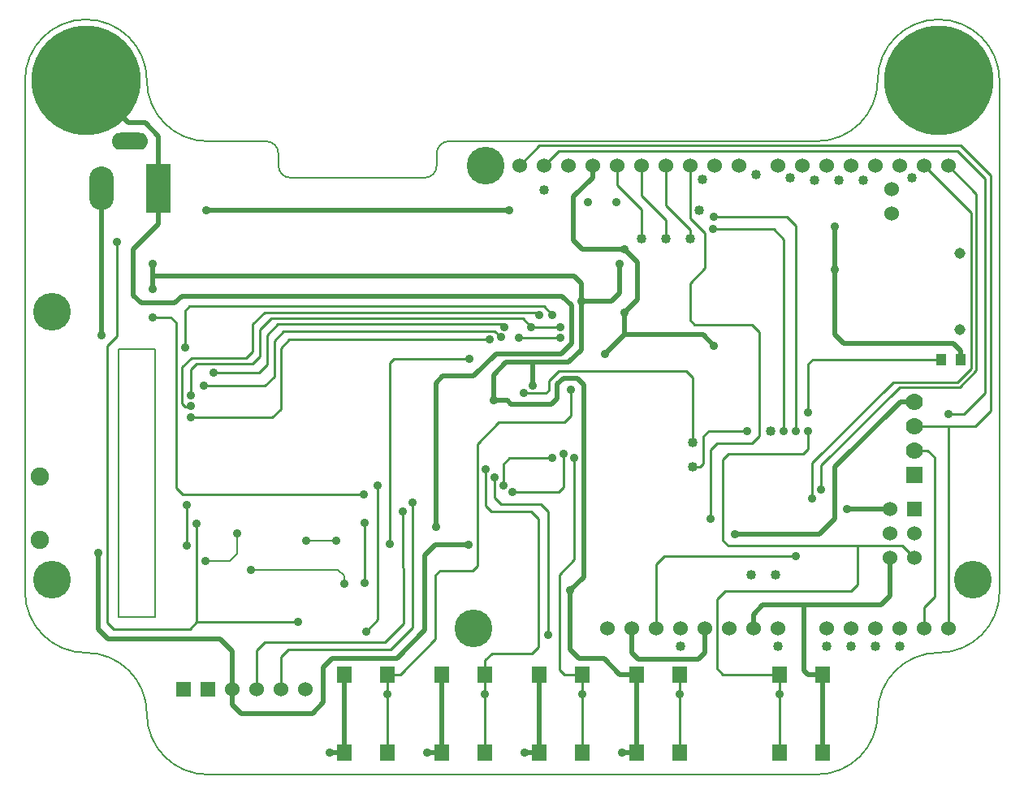
<source format=gtl>
G04 (created by PCBNEW (2013-03-15 BZR 4003)-stable) date 12-Jul-13 5:25:30 PM*
%MOIN*%
G04 Gerber Fmt 3.4, Leading zero omitted, Abs format*
%FSLAX34Y34*%
G01*
G70*
G90*
G04 APERTURE LIST*
%ADD10C,0*%
%ADD11C,0.005*%
%ADD12C,0.04*%
%ADD13R,0.06X0.06*%
%ADD14C,0.06*%
%ADD15C,0.45*%
%ADD16C,0.07*%
%ADD17R,0.07X0.07*%
%ADD18C,0.075*%
%ADD19C,0.155*%
%ADD20O,0.1X0.18*%
%ADD21R,0.1X0.2*%
%ADD22O,0.15X0.07*%
%ADD23C,0.045*%
%ADD24R,0.04X0.05*%
%ADD25R,0.06X0.07*%
%ADD26C,0.0354331*%
%ADD27C,0.035*%
%ADD28C,0.01*%
%ADD29C,0.02*%
%ADD30C,0.008*%
G04 APERTURE END LIST*
G54D10*
G54D11*
X19900Y-19000D02*
X17500Y-19000D01*
X20400Y-19500D02*
G75*
G03X19900Y-19000I-500J0D01*
G74*
G01*
X27400Y-19000D02*
G75*
G03X26900Y-19500I0J-500D01*
G74*
G01*
X26400Y-20500D02*
G75*
G03X26900Y-20000I0J500D01*
G74*
G01*
X20400Y-20000D02*
G75*
G03X20900Y-20500I500J0D01*
G74*
G01*
X26900Y-19500D02*
X26900Y-20000D01*
X20400Y-19500D02*
X20400Y-20000D01*
X20900Y-20500D02*
X26400Y-20500D01*
X27400Y-19000D02*
X42500Y-19000D01*
X47500Y-40000D02*
G75*
G03X50000Y-37500I0J2500D01*
G74*
G01*
X42500Y-45000D02*
G75*
G03X45000Y-42500I0J2500D01*
G74*
G01*
X47500Y-40000D02*
G75*
G03X45000Y-42500I0J-2500D01*
G74*
G01*
X15000Y-42500D02*
G75*
G03X17500Y-45000I2500J0D01*
G74*
G01*
X10000Y-37500D02*
G75*
G03X12500Y-40000I2500J0D01*
G74*
G01*
X15000Y-42500D02*
G75*
G03X12500Y-40000I-2500J0D01*
G74*
G01*
X42500Y-19000D02*
G75*
G03X45000Y-16500I0J2500D01*
G74*
G01*
X50000Y-16500D02*
G75*
G03X47500Y-14000I-2500J0D01*
G74*
G01*
X47500Y-14000D02*
G75*
G03X45000Y-16500I0J-2500D01*
G74*
G01*
X15000Y-16500D02*
G75*
G03X17500Y-19000I2500J0D01*
G74*
G01*
X15000Y-16500D02*
G75*
G03X12500Y-14000I-2500J0D01*
G74*
G01*
X12500Y-14000D02*
G75*
G03X10000Y-16500I0J-2500D01*
G74*
G01*
X13850Y-38550D02*
X15350Y-38550D01*
X13850Y-27550D02*
X13850Y-38550D01*
X15350Y-27550D02*
X13850Y-27550D01*
X15350Y-38550D02*
X15350Y-27550D01*
X42500Y-45000D02*
X17500Y-45000D01*
X10000Y-37500D02*
X10000Y-16500D01*
X50000Y-16500D02*
X50000Y-37500D01*
G54D12*
X40610Y-30900D03*
X37400Y-32375D03*
G54D13*
X16500Y-41500D03*
X17500Y-41500D03*
G54D14*
X18500Y-41500D03*
X19500Y-41500D03*
X20500Y-41500D03*
X21500Y-41500D03*
G54D15*
X12500Y-16500D03*
G54D16*
X46500Y-29700D03*
X46500Y-30700D03*
X46500Y-31700D03*
G54D17*
X46500Y-32700D03*
G54D12*
X37400Y-31375D03*
X39800Y-36800D03*
X40800Y-36800D03*
G54D15*
X47500Y-16500D03*
G54D14*
X45500Y-36100D03*
X46500Y-36100D03*
X45500Y-35100D03*
X46500Y-35100D03*
X45500Y-34100D03*
G54D13*
X46500Y-34100D03*
G54D18*
X10600Y-35375D03*
X10600Y-32775D03*
G54D14*
X45575Y-20975D03*
X45575Y-21975D03*
G54D12*
X37675Y-21850D03*
G54D19*
X11100Y-26000D03*
X11100Y-37000D03*
G54D20*
X13125Y-20925D03*
G54D21*
X15487Y-20925D03*
G54D22*
X14306Y-18995D03*
G54D23*
X48363Y-23597D03*
X48363Y-26747D03*
G54D24*
X47615Y-27970D03*
X48415Y-27970D03*
G54D25*
X24890Y-44110D03*
X24890Y-40890D03*
X23110Y-40890D03*
X23110Y-44110D03*
X32890Y-44110D03*
X32890Y-40890D03*
X31110Y-40890D03*
X31110Y-44110D03*
X36890Y-44110D03*
X36890Y-40890D03*
X35110Y-40890D03*
X35110Y-44110D03*
X28890Y-44110D03*
X28890Y-40890D03*
X27110Y-40890D03*
X27110Y-44110D03*
X42740Y-44110D03*
X42740Y-40890D03*
X40960Y-40890D03*
X40960Y-44110D03*
G54D26*
X34290Y-21510D03*
X33109Y-21510D03*
G54D12*
X42900Y-39750D03*
X43900Y-39750D03*
X44900Y-39750D03*
X46400Y-20500D03*
X44400Y-20600D03*
X43400Y-20600D03*
X42400Y-20600D03*
X41400Y-20500D03*
X40000Y-20380D03*
X37800Y-20570D03*
X37300Y-23000D03*
X36300Y-23000D03*
X35300Y-23000D03*
X40900Y-39750D03*
X36900Y-39750D03*
X45900Y-39750D03*
X31300Y-21000D03*
G54D14*
X47900Y-39000D03*
X46900Y-39000D03*
X45900Y-39000D03*
X42900Y-39000D03*
X43900Y-39000D03*
X44900Y-39000D03*
X40900Y-39000D03*
X39900Y-39000D03*
X38900Y-39000D03*
X36900Y-39000D03*
X35900Y-39000D03*
X47900Y-20000D03*
X46900Y-20000D03*
X45900Y-20000D03*
X44900Y-20000D03*
X43900Y-20000D03*
X42900Y-20000D03*
X41900Y-20000D03*
X40900Y-20000D03*
X39300Y-20000D03*
X38300Y-20000D03*
X37300Y-20000D03*
X36300Y-20000D03*
X35300Y-20000D03*
X34300Y-20000D03*
X33300Y-20000D03*
X32300Y-20000D03*
X37900Y-39000D03*
G54D19*
X48900Y-37000D03*
X28900Y-20000D03*
X28400Y-39000D03*
G54D14*
X34900Y-39000D03*
X31300Y-20000D03*
X30300Y-20000D03*
X33900Y-39000D03*
G54D27*
X17740Y-28500D03*
X29675Y-26625D03*
X16800Y-30350D03*
X29075Y-27150D03*
X34400Y-24050D03*
X34500Y-44110D03*
X30500Y-44110D03*
X26500Y-44110D03*
X22500Y-44110D03*
X30825Y-29025D03*
X15250Y-25075D03*
X15250Y-24050D03*
X32375Y-37450D03*
X32825Y-25575D03*
X29225Y-29650D03*
X43750Y-34100D03*
X39650Y-30900D03*
X29875Y-21825D03*
X17425Y-21825D03*
X24000Y-39125D03*
X31625Y-32000D03*
X24475Y-33150D03*
X29625Y-33125D03*
X17350Y-29025D03*
X29525Y-27050D03*
X23925Y-34675D03*
X23925Y-37150D03*
X32550Y-32000D03*
X32890Y-41710D03*
X32400Y-29200D03*
X24890Y-41700D03*
X32100Y-31850D03*
X15225Y-26225D03*
X30000Y-33400D03*
X23900Y-33500D03*
X24975Y-35525D03*
X28225Y-27950D03*
X41650Y-36050D03*
X40960Y-41700D03*
X42150Y-30900D03*
X42310Y-33660D03*
X25520Y-34200D03*
X41650Y-30900D03*
X38275Y-22100D03*
X47900Y-30200D03*
X41150Y-30900D03*
X38250Y-22600D03*
X31975Y-27075D03*
X30275Y-27075D03*
X31475Y-39275D03*
X29275Y-32800D03*
X36890Y-41710D03*
X31650Y-26125D03*
X16560Y-27460D03*
X16800Y-29875D03*
X31100Y-26120D03*
X16800Y-29425D03*
X30780Y-26620D03*
X31975Y-26625D03*
X38150Y-34500D03*
X30475Y-29350D03*
X42690Y-33310D03*
X25900Y-33850D03*
X28890Y-41700D03*
X28900Y-32475D03*
X13000Y-35900D03*
X28200Y-35575D03*
X39150Y-35150D03*
X17050Y-34700D03*
X13775Y-23150D03*
X21200Y-38750D03*
X18700Y-35100D03*
X17400Y-36250D03*
X22775Y-35400D03*
X21550Y-35400D03*
X19275Y-36600D03*
X23100Y-37175D03*
X26875Y-34850D03*
X34600Y-23425D03*
X38275Y-27400D03*
X34600Y-26050D03*
X33800Y-27750D03*
X43225Y-24275D03*
X43225Y-22500D03*
X13125Y-26975D03*
X42150Y-30150D03*
X16625Y-35600D03*
X16625Y-33925D03*
G54D28*
X19935Y-26965D02*
X19935Y-28180D01*
X19615Y-28500D02*
X17740Y-28500D01*
X19935Y-28180D02*
X19615Y-28500D01*
X20387Y-26512D02*
X29562Y-26512D01*
X29562Y-26512D02*
X29675Y-26625D01*
X20387Y-26512D02*
X19935Y-26965D01*
X20510Y-27490D02*
X20510Y-29990D01*
X20150Y-30350D02*
X16800Y-30350D01*
X20510Y-29990D02*
X20150Y-30350D01*
X29075Y-27150D02*
X20850Y-27150D01*
X20850Y-27150D02*
X20510Y-27490D01*
G54D29*
X34400Y-24050D02*
X34400Y-25250D01*
X34075Y-25575D02*
X32825Y-25575D01*
X34400Y-25250D02*
X34075Y-25575D01*
X32375Y-37450D02*
X32375Y-39875D01*
X32750Y-40250D02*
X33780Y-40250D01*
X32375Y-39875D02*
X32750Y-40250D01*
X32825Y-25575D02*
X32825Y-24825D01*
X32825Y-24825D02*
X32550Y-24550D01*
X35110Y-44110D02*
X34500Y-44110D01*
X31110Y-44110D02*
X30500Y-44110D01*
X27110Y-44110D02*
X26500Y-44110D01*
X22500Y-44110D02*
X23110Y-44110D01*
X35110Y-40890D02*
X34420Y-40890D01*
X34420Y-40890D02*
X33780Y-40250D01*
X35110Y-40890D02*
X35110Y-44110D01*
X31110Y-40890D02*
X31110Y-44110D01*
X27110Y-40890D02*
X27110Y-44110D01*
X23110Y-40890D02*
X23110Y-44110D01*
X32940Y-28990D02*
X32940Y-36885D01*
X32940Y-36885D02*
X32375Y-37450D01*
X32675Y-28725D02*
X32095Y-28725D01*
X32940Y-28990D02*
X32675Y-28725D01*
X29225Y-29650D02*
X29800Y-29650D01*
X29950Y-29800D02*
X29800Y-29650D01*
X32095Y-28725D02*
X31850Y-28970D01*
X31850Y-28970D02*
X31850Y-29570D01*
X31850Y-29570D02*
X31620Y-29800D01*
X31620Y-29800D02*
X29950Y-29800D01*
X30825Y-28075D02*
X30825Y-29025D01*
X32315Y-28075D02*
X30825Y-28075D01*
X30825Y-28075D02*
X29735Y-28075D01*
X29225Y-28585D02*
X29225Y-29650D01*
X29735Y-28075D02*
X29225Y-28585D01*
X32550Y-24550D02*
X15250Y-24550D01*
X15250Y-25075D02*
X15250Y-24550D01*
X15250Y-24550D02*
X15250Y-24050D01*
X32825Y-27565D02*
X32825Y-25575D01*
X32315Y-28075D02*
X32825Y-27565D01*
X45500Y-34100D02*
X43750Y-34100D01*
G54D28*
X39650Y-30900D02*
X38065Y-30900D01*
X37855Y-32235D02*
X37715Y-32375D01*
X37855Y-31110D02*
X37855Y-32235D01*
X38065Y-30900D02*
X37855Y-31110D01*
X37400Y-32375D02*
X37715Y-32375D01*
G54D29*
X17425Y-21825D02*
X29875Y-21825D01*
G54D28*
X29625Y-33125D02*
X29625Y-32255D01*
X29880Y-32000D02*
X31625Y-32000D01*
X29625Y-32255D02*
X29880Y-32000D01*
X24475Y-38650D02*
X24475Y-33150D01*
X24000Y-39125D02*
X24475Y-38650D01*
X20225Y-27195D02*
X20225Y-28655D01*
X19855Y-29025D02*
X17350Y-29025D01*
X20225Y-28655D02*
X19855Y-29025D01*
X20225Y-27195D02*
X20620Y-26800D01*
X29275Y-26800D02*
X29525Y-27050D01*
X20620Y-26800D02*
X29275Y-26800D01*
X23925Y-37150D02*
X23925Y-34675D01*
X32890Y-40890D02*
X32130Y-40890D01*
X32130Y-40890D02*
X31925Y-40685D01*
X31925Y-36800D02*
X31925Y-40685D01*
X32550Y-32000D02*
X32550Y-36175D01*
X32550Y-36175D02*
X31925Y-36800D01*
X32890Y-40890D02*
X32890Y-41710D01*
X32890Y-41710D02*
X32890Y-44110D01*
X28560Y-31420D02*
X28560Y-36430D01*
X26850Y-36810D02*
X26850Y-39450D01*
X27030Y-36630D02*
X26850Y-36810D01*
X28360Y-36630D02*
X27030Y-36630D01*
X28560Y-36430D02*
X28360Y-36630D01*
X32400Y-29200D02*
X32400Y-30280D01*
X25410Y-40890D02*
X24890Y-40890D01*
X26850Y-39450D02*
X25410Y-40890D01*
X29430Y-30550D02*
X28560Y-31420D01*
X32130Y-30550D02*
X29430Y-30550D01*
X32400Y-30280D02*
X32130Y-30550D01*
X24890Y-40890D02*
X24890Y-41700D01*
X24890Y-41700D02*
X24890Y-44110D01*
X31900Y-33400D02*
X30000Y-33400D01*
X32100Y-33200D02*
X31900Y-33400D01*
X32100Y-31850D02*
X32100Y-33200D01*
X15975Y-26225D02*
X15225Y-26225D01*
X16200Y-26450D02*
X16200Y-33225D01*
X15975Y-26225D02*
X16200Y-26450D01*
X23900Y-33500D02*
X16475Y-33500D01*
X16475Y-33500D02*
X16200Y-33225D01*
X37300Y-23000D02*
X37300Y-22640D01*
X37300Y-22640D02*
X36300Y-21640D01*
X36300Y-21640D02*
X36300Y-20000D01*
X36300Y-23000D02*
X36300Y-22230D01*
X36300Y-22230D02*
X35300Y-21230D01*
X35300Y-21230D02*
X35300Y-20000D01*
X35300Y-23000D02*
X35300Y-21790D01*
X35300Y-21790D02*
X34300Y-20790D01*
X34300Y-20790D02*
X34300Y-20000D01*
X24975Y-35525D02*
X24975Y-28100D01*
X25125Y-27950D02*
X28225Y-27950D01*
X24975Y-28100D02*
X25125Y-27950D01*
X36225Y-36050D02*
X35900Y-36375D01*
X35900Y-39000D02*
X35900Y-36375D01*
X41650Y-36050D02*
X36225Y-36050D01*
X40960Y-40890D02*
X38640Y-40890D01*
X38400Y-40650D02*
X38400Y-37800D01*
X38640Y-40890D02*
X38400Y-40650D01*
X40960Y-40890D02*
X40960Y-41700D01*
X40960Y-41700D02*
X40960Y-44110D01*
X44160Y-35600D02*
X44160Y-37210D01*
X43910Y-37460D02*
X44160Y-37210D01*
X38740Y-37460D02*
X43910Y-37460D01*
X38400Y-37800D02*
X38740Y-37460D01*
X44160Y-35600D02*
X38860Y-35600D01*
X38860Y-35600D02*
X38650Y-35390D01*
X46000Y-35600D02*
X44160Y-35600D01*
X42150Y-30900D02*
X42150Y-31620D01*
X38650Y-35390D02*
X38650Y-32055D01*
X38650Y-32055D02*
X38870Y-31835D01*
X42150Y-31620D02*
X41935Y-31835D01*
X41935Y-31835D02*
X38870Y-31835D01*
X46000Y-35600D02*
X46500Y-36100D01*
X45635Y-28890D02*
X48290Y-28890D01*
X48840Y-21940D02*
X46900Y-20000D01*
X48840Y-28340D02*
X48840Y-21940D01*
X48290Y-28890D02*
X48840Y-28340D01*
X42310Y-32215D02*
X42310Y-33660D01*
X45635Y-28890D02*
X42310Y-32215D01*
X24760Y-39580D02*
X19830Y-39580D01*
X24760Y-39580D02*
X25524Y-38815D01*
X25520Y-34200D02*
X25524Y-38815D01*
X19830Y-39580D02*
X19500Y-39910D01*
X19500Y-39910D02*
X19500Y-41500D01*
X47900Y-39000D02*
X47900Y-30700D01*
X46500Y-30700D02*
X47900Y-30700D01*
X47900Y-30700D02*
X49015Y-30700D01*
X49015Y-30700D02*
X49640Y-30075D01*
X49640Y-30075D02*
X49640Y-20410D01*
X49640Y-20410D02*
X48410Y-19180D01*
X48410Y-19180D02*
X31120Y-19180D01*
X31120Y-19180D02*
X30300Y-20000D01*
X41650Y-30900D02*
X41650Y-22480D01*
X41270Y-22100D02*
X38275Y-22100D01*
X41650Y-22480D02*
X41270Y-22100D01*
X46900Y-39000D02*
X46900Y-38130D01*
X47050Y-31700D02*
X46500Y-31700D01*
X47330Y-31980D02*
X47050Y-31700D01*
X47330Y-37700D02*
X47330Y-31980D01*
X46900Y-38130D02*
X47330Y-37700D01*
X47900Y-30200D02*
X48555Y-30200D01*
X48555Y-30200D02*
X49405Y-29350D01*
X49405Y-29350D02*
X49405Y-20530D01*
X49405Y-20530D02*
X48270Y-19395D01*
X48270Y-19395D02*
X31905Y-19395D01*
X31905Y-19395D02*
X31300Y-20000D01*
X41150Y-30900D02*
X41150Y-23020D01*
X40730Y-22600D02*
X38250Y-22600D01*
X41150Y-23020D02*
X40730Y-22600D01*
X31975Y-27075D02*
X30275Y-27075D01*
X31475Y-39275D02*
X31475Y-34195D01*
X31475Y-34195D02*
X31180Y-33900D01*
X31180Y-33900D02*
X29550Y-33900D01*
X29275Y-33625D02*
X29550Y-33900D01*
X29275Y-32800D02*
X29275Y-33625D01*
X36890Y-40890D02*
X36890Y-41710D01*
X36890Y-41710D02*
X36890Y-44110D01*
X31300Y-25775D02*
X31650Y-26125D01*
X16750Y-25775D02*
X31300Y-25775D01*
X16750Y-25775D02*
X16560Y-25965D01*
X16560Y-25965D02*
X16560Y-27460D01*
X16800Y-29875D02*
X16775Y-29900D01*
X16775Y-29900D02*
X16575Y-29900D01*
X16575Y-29900D02*
X16450Y-29775D01*
X19350Y-26505D02*
X19830Y-26025D01*
X19350Y-27625D02*
X19087Y-27887D01*
X19350Y-26505D02*
X19350Y-27625D01*
X16450Y-28275D02*
X16837Y-27887D01*
X16837Y-27887D02*
X19087Y-27887D01*
X16450Y-29775D02*
X16450Y-28275D01*
X31005Y-26025D02*
X31100Y-26120D01*
X19830Y-26025D02*
X31005Y-26025D01*
X20105Y-26275D02*
X30435Y-26275D01*
X30435Y-26275D02*
X30780Y-26620D01*
X16800Y-28370D02*
X17035Y-28135D01*
X17035Y-28135D02*
X19340Y-28135D01*
X19340Y-28135D02*
X19650Y-27825D01*
X19650Y-27825D02*
X19650Y-26730D01*
X16800Y-29425D02*
X16800Y-28370D01*
X30785Y-26625D02*
X30780Y-26620D01*
X31975Y-26625D02*
X30785Y-26625D01*
X19650Y-26730D02*
X20105Y-26275D01*
X37300Y-26350D02*
X37300Y-24820D01*
X37920Y-22775D02*
X37300Y-22155D01*
X37920Y-24200D02*
X37920Y-22775D01*
X37300Y-24820D02*
X37920Y-24200D01*
X38150Y-31655D02*
X38405Y-31400D01*
X37475Y-26525D02*
X37300Y-26350D01*
X37300Y-22155D02*
X37300Y-20000D01*
X37475Y-26525D02*
X39850Y-26525D01*
X40150Y-26825D02*
X39850Y-26525D01*
X40150Y-26825D02*
X40150Y-31105D01*
X38150Y-34500D02*
X38150Y-31655D01*
X39855Y-31400D02*
X40150Y-31105D01*
X38405Y-31400D02*
X39855Y-31400D01*
X31900Y-28450D02*
X37145Y-28450D01*
X37400Y-28705D02*
X37400Y-31375D01*
X37145Y-28450D02*
X37400Y-28705D01*
X30475Y-29350D02*
X31375Y-29350D01*
X31375Y-29350D02*
X31500Y-29225D01*
X31500Y-28850D02*
X31900Y-28450D01*
X31500Y-29225D02*
X31500Y-28850D01*
X45900Y-29100D02*
X48370Y-29100D01*
X49055Y-21155D02*
X47900Y-20000D01*
X49055Y-28415D02*
X49055Y-21155D01*
X48370Y-29100D02*
X49055Y-28415D01*
X42690Y-33310D02*
X42690Y-32310D01*
X42690Y-32310D02*
X45900Y-29100D01*
X25900Y-33850D02*
X25900Y-38980D01*
X25900Y-38980D02*
X25020Y-39860D01*
X20800Y-39860D02*
X20500Y-40160D01*
X20500Y-40160D02*
X20500Y-41500D01*
X25020Y-39860D02*
X20800Y-39860D01*
X28890Y-40890D02*
X28890Y-40310D01*
X29165Y-40035D02*
X30820Y-40035D01*
X28890Y-40310D02*
X29165Y-40035D01*
X28890Y-40890D02*
X28890Y-41700D01*
X28890Y-41700D02*
X28890Y-44110D01*
X28900Y-32475D02*
X28900Y-33960D01*
X30820Y-40035D02*
X31075Y-39780D01*
X31075Y-39780D02*
X31075Y-34500D01*
X31075Y-34500D02*
X30775Y-34200D01*
X30775Y-34200D02*
X29140Y-34200D01*
X29140Y-34200D02*
X28900Y-33960D01*
G54D29*
X37900Y-39000D02*
X37900Y-40000D01*
X34900Y-40000D02*
X34900Y-39000D01*
X35175Y-40275D02*
X34900Y-40000D01*
X37625Y-40275D02*
X35175Y-40275D01*
X37900Y-40000D02*
X37625Y-40275D01*
X25260Y-40230D02*
X22620Y-40230D01*
X22250Y-42050D02*
X21800Y-42500D01*
X22250Y-40600D02*
X22250Y-42050D01*
X22620Y-40230D02*
X22250Y-40600D01*
X25260Y-40230D02*
X26410Y-39080D01*
X43250Y-34500D02*
X43250Y-32375D01*
X43250Y-32375D02*
X45925Y-29700D01*
X39150Y-35150D02*
X42600Y-35150D01*
X42600Y-35150D02*
X43250Y-34500D01*
X13400Y-39450D02*
X18000Y-39450D01*
X13000Y-39050D02*
X13400Y-39450D01*
X13000Y-35900D02*
X13000Y-39050D01*
X26410Y-35990D02*
X26410Y-39080D01*
X26825Y-35575D02*
X26410Y-35990D01*
X28200Y-35575D02*
X26825Y-35575D01*
X45925Y-29700D02*
X46500Y-29700D01*
X21800Y-42500D02*
X18875Y-42500D01*
X18500Y-41500D02*
X18500Y-42125D01*
X18875Y-42500D02*
X18500Y-42125D01*
X18000Y-39450D02*
X18500Y-39950D01*
X18500Y-39950D02*
X18500Y-41500D01*
G54D28*
X13375Y-38775D02*
X13625Y-39025D01*
X13775Y-23150D02*
X13775Y-27000D01*
X13375Y-27400D02*
X13375Y-38775D01*
X13775Y-27000D02*
X13375Y-27400D01*
X16775Y-39025D02*
X13625Y-39025D01*
X16775Y-39025D02*
X17050Y-38750D01*
X17050Y-34700D02*
X17050Y-38750D01*
X21200Y-38750D02*
X17050Y-38750D01*
G54D30*
X17400Y-36250D02*
X18400Y-36250D01*
X18400Y-36250D02*
X18700Y-35950D01*
X18700Y-35950D02*
X18700Y-35100D01*
X21550Y-35400D02*
X22775Y-35400D01*
X22850Y-36600D02*
X19275Y-36600D01*
X23100Y-37175D02*
X23100Y-36850D01*
X23100Y-36850D02*
X22850Y-36600D01*
G54D29*
X14450Y-25325D02*
X14450Y-23425D01*
X15487Y-22387D02*
X15487Y-20925D01*
X14450Y-23425D02*
X15487Y-22387D01*
X32045Y-25370D02*
X16430Y-25370D01*
X32045Y-25370D02*
X32425Y-25750D01*
X32425Y-27300D02*
X32425Y-25750D01*
X32000Y-27725D02*
X32425Y-27300D01*
X29335Y-27725D02*
X32000Y-27725D01*
X28410Y-28650D02*
X29335Y-27725D01*
X26875Y-28925D02*
X27150Y-28650D01*
X27150Y-28650D02*
X28410Y-28650D01*
X26875Y-34850D02*
X26875Y-28925D01*
X16430Y-25370D02*
X16150Y-25650D01*
X16150Y-25650D02*
X14775Y-25650D01*
X14775Y-25650D02*
X14450Y-25325D01*
X15487Y-20925D02*
X15487Y-18812D01*
X15487Y-18812D02*
X14925Y-18250D01*
X14250Y-18250D02*
X12500Y-16500D01*
X14925Y-18250D02*
X14250Y-18250D01*
X35150Y-25500D02*
X35150Y-23975D01*
X35150Y-23975D02*
X34600Y-23425D01*
X35150Y-25500D02*
X34600Y-26050D01*
X34600Y-23425D02*
X32875Y-23425D01*
X33300Y-20490D02*
X33300Y-20000D01*
X32510Y-21280D02*
X33300Y-20490D01*
X32510Y-23060D02*
X32510Y-21280D01*
X32875Y-23425D02*
X32510Y-23060D01*
X41975Y-38050D02*
X41975Y-40725D01*
X42140Y-40890D02*
X42740Y-40890D01*
X41975Y-40725D02*
X42140Y-40890D01*
X34600Y-26950D02*
X37825Y-26950D01*
X37825Y-26950D02*
X38275Y-27400D01*
X34600Y-26050D02*
X34600Y-26950D01*
X34600Y-26950D02*
X33800Y-27750D01*
X42740Y-40890D02*
X42740Y-44110D01*
X41975Y-38050D02*
X40270Y-38050D01*
X39900Y-38420D02*
X39900Y-39000D01*
X40270Y-38050D02*
X39900Y-38420D01*
X48415Y-27970D02*
X48415Y-27610D01*
X48415Y-27610D02*
X48105Y-27300D01*
X43225Y-26925D02*
X43225Y-24275D01*
X43600Y-27300D02*
X43225Y-26925D01*
X48105Y-27300D02*
X43600Y-27300D01*
X43225Y-24275D02*
X43225Y-22500D01*
X13125Y-20925D02*
X13125Y-26975D01*
X41975Y-38050D02*
X45125Y-38050D01*
X45125Y-38050D02*
X45500Y-37675D01*
X45500Y-37675D02*
X45500Y-36100D01*
G54D28*
X47615Y-27970D02*
X42330Y-27970D01*
X42330Y-27970D02*
X42150Y-28150D01*
X42150Y-30150D02*
X42150Y-28150D01*
X16625Y-33925D02*
X16625Y-35600D01*
M02*

</source>
